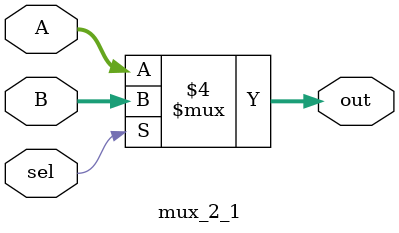
<source format=sv>
module mux_2_1
(
    input logic [31:0] A,
    input logic [31:0] B,
    input logic sel,

    output logic [31:0]out
);
    always_comb 
    begin 
        if (sel == 0) out = A;
        else out = B;
    end
    
endmodule
</source>
